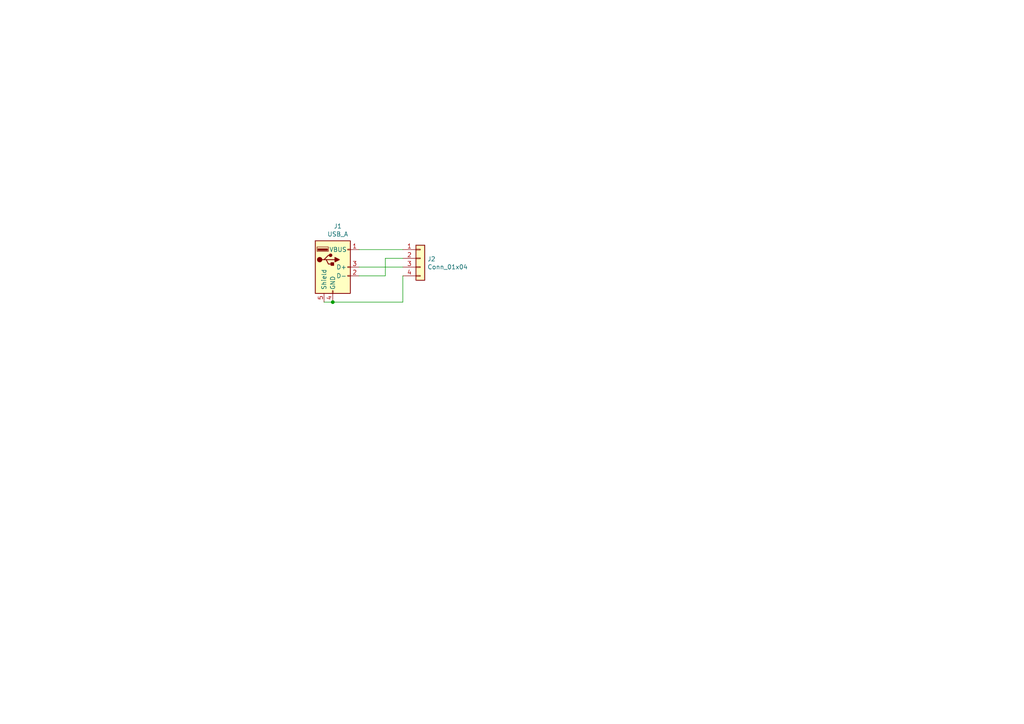
<source format=kicad_sch>
(kicad_sch (version 20211123) (generator eeschema)
  (paper "A4")
  (lib_symbols
    (symbol "Connector:USB_A" (pin_names (offset 1.016))
      (property "Reference" "J" (at -5.08 11.43 0))
      (property "Value" "USB_A" (at -5.08 8.89 0))
      (symbol "USB_A_0_1"
        (rectangle (start -5.08 -7.62) (end 5.08 7.62) (stroke (width 0.254)) (fill (type background)))
        (circle (center -3.81 2.159) (radius 0.635) (stroke (width 0.254)) (fill (type outline)))
        (rectangle (start -1.524 4.826) (end -4.318 5.334) (fill (type outline)))
        (rectangle (start -1.27 4.572) (end -4.572 5.842))
        (circle (center -0.635 3.429) (radius 0.381) (stroke (width 0.254)) (fill (type outline)))
        (rectangle (start -0.127 -7.62) (end 0.127 -6.858))
        (polyline (pts (xy -3.175 2.159) (xy -2.54 2.159) (xy -1.27 3.429) (xy -0.635 3.429)) (stroke (width 0.254)))
        (polyline (pts (xy -2.54 2.159) (xy -1.905 2.159) (xy -1.27 0.889) (xy 0 0.889)) (stroke (width 0.254)))
        (polyline (pts (xy 0.635 2.794) (xy 0.635 1.524) (xy 1.905 2.159) (xy 0.635 2.794)) (stroke (width 0.254)) (fill (type outline)))
        (rectangle (start 0.254 1.27) (end -0.508 0.508) (stroke (width 0.254)) (fill (type outline)))
        (rectangle (start 5.08 -2.667) (end 4.318 -2.413))
        (rectangle (start 5.08 -0.127) (end 4.318 0.127))
        (rectangle (start 5.08 4.953) (end 4.318 5.207))
      )
      (symbol "USB_A_1_1"
        (polyline (pts (xy -1.905 2.159) (xy 0.635 2.159)) (stroke (width 0.254)))
        (pin power_in line (at 7.62 5.08 180) (length 2.54) (name "VBUS") (number "1"))
        (pin bidirectional line (at 7.62 -2.54 180) (length 2.54) (name "D-") (number "2"))
        (pin bidirectional line (at 7.62 0 180) (length 2.54) (name "D+") (number "3"))
        (pin power_in line (at 0 -10.16 90) (length 2.54) (name "GND") (number "4"))
        (pin passive line (at -2.54 -10.16 90) (length 2.54) (name "Shield") (number "5"))
      )
    )
    (symbol "Connector_Generic:Conn_01x04" (pin_names (offset 1.016) hide)
      (property "Reference" "J" (at 0 5.08 0))
      (property "Value" "Conn_01x04" (at 0 -7.62 0))
      (symbol "Conn_01x04_1_1"
        (rectangle (start -1.27 -4.953) (end 0 -5.207) (stroke (width 0.1524)))
        (rectangle (start -1.27 -2.413) (end 0 -2.667) (stroke (width 0.1524)))
        (rectangle (start -1.27 0.127) (end 0 -0.127) (stroke (width 0.1524)))
        (rectangle (start -1.27 2.667) (end 0 2.413) (stroke (width 0.1524)))
        (rectangle (start -1.27 3.81) (end 1.27 -6.35) (stroke (width 0.254)) (fill (type background)))
        (pin passive line (at -5.08 2.54 0) (length 3.81) (name "Pin_1") (number "1"))
        (pin passive line (at -5.08 0 0) (length 3.81) (name "Pin_2") (number "2"))
        (pin passive line (at -5.08 -2.54 0) (length 3.81) (name "Pin_3") (number "3"))
        (pin passive line (at -5.08 -5.08 0) (length 3.81) (name "Pin_4") (number "4"))
      )
    )
  )
  (junction (at 96.52 87.63))
  (wire (pts (xy 111.76 74.93) (xy 116.84 74.93)))
  (wire (pts (xy 93.98 87.63) (xy 96.52 87.63)))
  (wire (pts (xy 104.14 80.01) (xy 111.76 80.01)))
  (wire (pts (xy 96.52 87.63) (xy 116.84 87.63)))
  (wire (pts (xy 111.76 80.01) (xy 111.76 74.93)))
  (wire (pts (xy 104.14 72.39) (xy 116.84 72.39)))
  (wire (pts (xy 104.14 77.47) (xy 116.84 77.47)))
  (wire (pts (xy 116.84 87.63) (xy 116.84 80.01)))
  (symbol (lib_id "Connector:USB_A") (at 96.52 77.47 0) (unit 1)
    (property "Reference" "J1" (at 97.9678 65.6082 0))
    (property "Value" "USB_A" (at 97.9678 67.9196 0))
    (property "Footprint" "Sassa:USB_A_female_THT_G54" (effects hide))
    (property "Datasheet" " ~" (effects hide))
  )
  (symbol (lib_id "Connector_Generic:Conn_01x04") (at 121.92 74.93 0) (unit 1)
    (property "Reference" "J2" (at 123.952 75.1332 0) (effects (justify left)))
    (property "Value" "Conn_01x04" (at 123.952 77.4446 0) (effects (justify left)))
    (property "Footprint" "Connector_PinHeader_2.54mm:PinHeader_1x04_P2.54mm_Vertical" (effects hide))
  )
)
</source>
